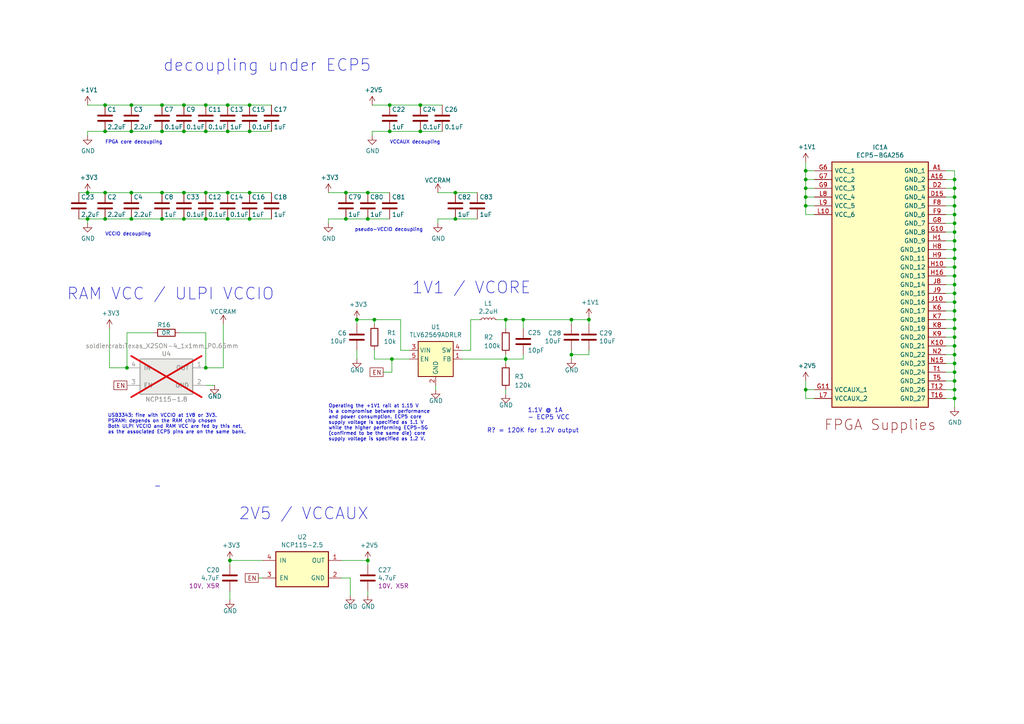
<source format=kicad_sch>
(kicad_sch (version 20231120) (generator "eeschema") (generator_version "8.0")
  (paper "A4")
  (title_block (title "SoldierCrab") (date "${DATE}") (rev "${VERSION}") (company "S.Holzapfel, apfelaudio UG (haftungsbeschränkt)") (comment 1 "Licensed under the CERN-OHL-S v2"))
  (junction (at 106.68 63.5))
  (junction (at 72.39 38.1))
  (junction (at 276.86 74.93))
  (junction (at 233.68 57.15))
  (junction (at 276.86 115.57))
  (junction (at 72.39 30.48))
  (junction (at 66.04 30.48))
  (junction (at 132.08 55.88))
  (junction (at 276.86 107.95))
  (junction (at 25.4 55.88))
  (junction (at 233.68 59.69))
  (junction (at 276.86 67.31))
  (junction (at 276.86 100.33))
  (junction (at 30.48 30.48))
  (junction (at 66.04 63.5))
  (junction (at 276.86 85.09))
  (junction (at 233.68 113.03))
  (junction (at 53.34 55.88))
  (junction (at 30.48 63.5))
  (junction (at 103.505 92.71))
  (junction (at 233.68 49.53))
  (junction (at 25.4 63.5))
  (junction (at 46.99 30.48))
  (junction (at 276.86 102.87))
  (junction (at 53.34 38.1))
  (junction (at 276.86 90.17))
  (junction (at 30.48 55.88))
  (junction (at 276.86 64.77))
  (junction (at 276.86 92.71))
  (junction (at 276.86 52.07))
  (junction (at 59.69 63.5))
  (junction (at 38.1 55.88))
  (junction (at 276.86 105.41))
  (junction (at 59.69 30.48))
  (junction (at 46.99 63.5))
  (junction (at 53.34 63.5))
  (junction (at 233.68 54.61))
  (junction (at 72.39 55.88))
  (junction (at 146.685 104.14))
  (junction (at 276.86 57.15))
  (junction (at 170.815 92.71))
  (junction (at 276.86 97.79))
  (junction (at 46.99 55.88))
  (junction (at 53.34 30.48))
  (junction (at 59.69 38.1))
  (junction (at 38.1 63.5))
  (junction (at 276.86 59.69))
  (junction (at 108.585 92.71))
  (junction (at 38.1 30.48))
  (junction (at 276.86 77.47))
  (junction (at 113.665 104.14))
  (junction (at 276.86 80.01))
  (junction (at 276.86 110.49))
  (junction (at 59.69 55.88))
  (junction (at 100.33 63.5))
  (junction (at 72.39 63.5))
  (junction (at 100.33 55.88))
  (junction (at 36.83 106.68))
  (junction (at 276.86 87.63))
  (junction (at 276.86 113.03))
  (junction (at 276.86 72.39))
  (junction (at 151.765 92.71))
  (junction (at 121.92 38.1))
  (junction (at 66.04 55.88))
  (junction (at 106.68 162.56))
  (junction (at 165.735 92.71))
  (junction (at 121.92 30.48))
  (junction (at 276.86 82.55))
  (junction (at 30.48 38.1))
  (junction (at 113.03 30.48))
  (junction (at 146.685 92.71))
  (junction (at 38.1 38.1))
  (junction (at 59.69 106.68))
  (junction (at 46.99 38.1))
  (junction (at 276.86 69.85))
  (junction (at 113.03 38.1))
  (junction (at 132.08 63.5))
  (junction (at 276.86 54.61))
  (junction (at 276.86 62.23))
  (junction (at 106.68 55.88))
  (junction (at 276.86 95.25))
  (junction (at 165.735 102.87))
  (junction (at 66.04 38.1))
  (junction (at 233.68 52.07))
  (junction (at 66.675 162.56))
  (wire (pts (xy 108.585 104.14) (xy 108.585 101.6)))
  (wire (pts (xy 66.675 162.56) (xy 76.2 162.56)))
  (wire (pts (xy 274.32 87.63) (xy 276.86 87.63)))
  (wire (pts (xy 95.25 55.88) (xy 100.33 55.88)))
  (wire (pts (xy 113.665 107.95) (xy 113.665 104.14)))
  (wire (pts (xy 274.32 97.79) (xy 276.86 97.79)))
  (wire (pts (xy 146.685 92.71) (xy 151.765 92.71)))
  (wire (pts (xy 233.68 62.23) (xy 236.22 62.23)))
  (wire (pts (xy 111.125 107.95) (xy 113.665 107.95)))
  (wire (pts (xy 72.39 38.1) (xy 66.04 38.1)))
  (wire (pts (xy 233.68 52.07) (xy 233.68 54.61)))
  (wire (pts (xy 138.43 63.5) (xy 132.08 63.5)))
  (wire (pts (xy 276.86 80.01) (xy 276.86 82.55)))
  (wire (pts (xy 236.22 57.15) (xy 233.68 57.15)))
  (wire (pts (xy 233.68 59.69) (xy 233.68 62.23)))
  (wire (pts (xy 170.815 101.6) (xy 170.815 102.87)))
  (wire (pts (xy 165.735 92.71) (xy 170.815 92.71)))
  (wire (pts (xy 116.205 101.6) (xy 116.205 92.71)))
  (wire (pts (xy 99.06 162.56) (xy 106.68 162.56)))
  (wire (pts (xy 151.765 104.14) (xy 151.765 102.87)))
  (wire (pts (xy 72.39 55.88) (xy 78.74 55.88)))
  (wire (pts (xy 276.86 85.09) (xy 276.86 87.63)))
  (wire (pts (xy 276.86 67.31) (xy 276.86 69.85)))
  (wire (pts (xy 170.815 93.98) (xy 170.815 92.71)))
  (wire (pts (xy 274.32 95.25) (xy 276.86 95.25)))
  (wire (pts (xy 274.32 72.39) (xy 276.86 72.39)))
  (wire (pts (xy 276.86 107.95) (xy 276.86 110.49)))
  (wire (pts (xy 106.68 171.45) (xy 106.68 172.72)))
  (wire (pts (xy 274.32 74.93) (xy 276.86 74.93)))
  (wire (pts (xy 233.68 110.49) (xy 233.68 113.03)))
  (wire (pts (xy 276.86 62.23) (xy 276.86 64.77)))
  (wire (pts (xy 276.86 110.49) (xy 276.86 113.03)))
  (wire (pts (xy 236.22 59.69) (xy 233.68 59.69)))
  (wire (pts (xy 30.48 63.5) (xy 38.1 63.5)))
  (wire (pts (xy 274.32 80.01) (xy 276.86 80.01)))
  (wire (pts (xy 146.685 104.14) (xy 146.685 105.41)))
  (wire (pts (xy 113.03 38.1) (xy 107.95 38.1)))
  (wire (pts (xy 127 55.88) (xy 132.08 55.88)))
  (wire (pts (xy 66.04 30.48) (xy 72.39 30.48)))
  (wire (pts (xy 276.86 102.87) (xy 276.86 105.41)))
  (wire (pts (xy 236.22 113.03) (xy 233.68 113.03)))
  (wire (pts (xy 236.22 52.07) (xy 233.68 52.07)))
  (wire (pts (xy 107.95 38.1) (xy 107.95 39.37)))
  (wire (pts (xy 72.39 63.5) (xy 66.04 63.5)))
  (wire (pts (xy 66.675 171.45) (xy 66.675 173.99)))
  (wire (pts (xy 276.86 59.69) (xy 276.86 62.23)))
  (wire (pts (xy 274.32 102.87) (xy 276.86 102.87)))
  (wire (pts (xy 126.365 111.76) (xy 126.365 113.03)))
  (wire (pts (xy 274.32 77.47) (xy 276.86 77.47)))
  (wire (pts (xy 274.32 59.69) (xy 276.86 59.69)))
  (wire (pts (xy 276.86 100.33) (xy 276.86 102.87)))
  (wire (pts (xy 133.985 101.6) (xy 136.525 101.6)))
  (wire (pts (xy 274.32 85.09) (xy 276.86 85.09)))
  (wire (pts (xy 121.92 30.48) (xy 128.27 30.48)))
  (wire (pts (xy 30.48 55.88) (xy 38.1 55.88)))
  (wire (pts (xy 113.665 104.14) (xy 108.585 104.14)))
  (wire (pts (xy 59.69 96.52) (xy 59.69 106.68)))
  (wire (pts (xy 170.815 102.87) (xy 165.735 102.87)))
  (wire (pts (xy 31.75 95.25) (xy 31.75 106.68)))
  (wire (pts (xy 274.32 100.33) (xy 276.86 100.33)))
  (wire (pts (xy 276.86 69.85) (xy 276.86 72.39)))
  (wire (pts (xy 276.86 90.17) (xy 276.86 92.71)))
  (wire (pts (xy 274.32 105.41) (xy 276.86 105.41)))
  (wire (pts (xy 276.86 105.41) (xy 276.86 107.95)))
  (wire (pts (xy 108.585 93.98) (xy 108.585 92.71)))
  (wire (pts (xy 66.04 38.1) (xy 59.69 38.1)))
  (wire (pts (xy 233.68 115.57) (xy 233.68 113.03)))
  (wire (pts (xy 64.77 106.68) (xy 59.69 106.68)))
  (wire (pts (xy 66.04 55.88) (xy 72.39 55.88)))
  (wire (pts (xy 62.23 111.76) (xy 59.69 111.76)))
  (wire (pts (xy 274.32 57.15) (xy 276.86 57.15)))
  (wire (pts (xy 165.735 101.6) (xy 165.735 102.87)))
  (wire (pts (xy 276.86 113.03) (xy 276.86 115.57)))
  (wire (pts (xy 133.985 104.14) (xy 146.685 104.14)))
  (wire (pts (xy 101.6 167.64) (xy 101.6 172.72)))
  (wire (pts (xy 113.03 38.1) (xy 121.92 38.1)))
  (wire (pts (xy 31.75 106.68) (xy 36.83 106.68)))
  (wire (pts (xy 274.32 110.49) (xy 276.86 110.49)))
  (wire (pts (xy 276.86 54.61) (xy 276.86 57.15)))
  (wire (pts (xy 236.22 115.57) (xy 233.68 115.57)))
  (wire (pts (xy 274.32 90.17) (xy 276.86 90.17)))
  (wire (pts (xy 46.99 30.48) (xy 53.34 30.48)))
  (wire (pts (xy 233.68 57.15) (xy 233.68 59.69)))
  (wire (pts (xy 52.07 96.52) (xy 59.69 96.52)))
  (wire (pts (xy 36.83 106.68) (xy 36.83 96.52)))
  (wire (pts (xy 99.06 167.64) (xy 101.6 167.64)))
  (wire (pts (xy 165.735 93.98) (xy 165.735 92.71)))
  (wire (pts (xy 146.685 113.03) (xy 146.685 114.3)))
  (wire (pts (xy 274.32 67.31) (xy 276.86 67.31)))
  (wire (pts (xy 22.86 63.5) (xy 25.4 63.5)))
  (wire (pts (xy 127 64.77) (xy 127 63.5)))
  (wire (pts (xy 103.505 92.71) (xy 108.585 92.71)))
  (wire (pts (xy 276.86 82.55) (xy 276.86 85.09)))
  (wire (pts (xy 276.86 74.93) (xy 276.86 77.47)))
  (wire (pts (xy 108.585 92.71) (xy 116.205 92.71)))
  (wire (pts (xy 76.2 167.64) (xy 74.93 167.64)))
  (wire (pts (xy 276.86 92.71) (xy 276.86 95.25)))
  (wire (pts (xy 95.25 63.5) (xy 95.25 64.77)))
  (wire (pts (xy 274.32 107.95) (xy 276.86 107.95)))
  (wire (pts (xy 276.86 97.79) (xy 276.86 100.33)))
  (wire (pts (xy 22.86 55.88) (xy 25.4 55.88)))
  (wire (pts (xy 36.83 96.52) (xy 44.45 96.52)))
  (wire (pts (xy 144.145 92.71) (xy 146.685 92.71)))
  (wire (pts (xy 276.86 95.25) (xy 276.86 97.79)))
  (wire (pts (xy 151.765 92.71) (xy 165.735 92.71)))
  (wire (pts (xy 30.48 38.1) (xy 25.4 38.1)))
  (wire (pts (xy 236.22 49.53) (xy 233.68 49.53)))
  (wire (pts (xy 25.4 30.48) (xy 30.48 30.48)))
  (wire (pts (xy 25.4 55.88) (xy 30.48 55.88)))
  (wire (pts (xy 276.86 87.63) (xy 276.86 90.17)))
  (wire (pts (xy 146.685 102.87) (xy 146.685 104.14)))
  (wire (pts (xy 274.32 82.55) (xy 276.86 82.55)))
  (wire (pts (xy 103.505 101.6) (xy 103.505 104.14)))
  (wire (pts (xy 59.69 38.1) (xy 53.34 38.1)))
  (wire (pts (xy 118.745 104.14) (xy 113.665 104.14)))
  (wire (pts (xy 118.745 101.6) (xy 116.205 101.6)))
  (wire (pts (xy 276.86 64.77) (xy 276.86 67.31)))
  (wire (pts (xy 100.33 63.5) (xy 95.25 63.5)))
  (wire (pts (xy 30.48 63.5) (xy 25.4 63.5)))
  (wire (pts (xy 233.68 49.53) (xy 233.68 52.07)))
  (wire (pts (xy 100.33 55.88) (xy 106.68 55.88)))
  (wire (pts (xy 38.1 55.88) (xy 46.99 55.88)))
  (wire (pts (xy 128.27 38.1) (xy 121.92 38.1)))
  (wire (pts (xy 274.32 69.85) (xy 276.86 69.85)))
  (wire (pts (xy 53.34 38.1) (xy 46.99 38.1)))
  (wire (pts (xy 146.685 95.25) (xy 146.685 92.71)))
  (wire (pts (xy 132.08 55.88) (xy 138.43 55.88)))
  (wire (pts (xy 236.22 54.61) (xy 233.68 54.61)))
  (wire (pts (xy 38.1 30.48) (xy 46.99 30.48)))
  (wire (pts (xy 59.69 30.48) (xy 66.04 30.48)))
  (polyline (pts (xy 45.085 140.97) (xy 46.355 140.97)))
  (wire (pts (xy 233.68 54.61) (xy 233.68 57.15)))
  (wire (pts (xy 170.815 92.075) (xy 170.815 92.71)))
  (wire (pts (xy 274.32 113.03) (xy 276.86 113.03)))
  (wire (pts (xy 276.86 52.07) (xy 276.86 54.61)))
  (wire (pts (xy 107.95 30.48) (xy 113.03 30.48)))
  (wire (pts (xy 46.99 63.5) (xy 53.34 63.5)))
  (wire (pts (xy 276.86 57.15) (xy 276.86 59.69)))
  (wire (pts (xy 25.4 38.1) (xy 25.4 39.37)))
  (wire (pts (xy 38.1 63.5) (xy 46.99 63.5)))
  (wire (pts (xy 66.04 63.5) (xy 59.69 63.5)))
  (wire (pts (xy 274.32 52.07) (xy 276.86 52.07)))
  (wire (pts (xy 64.77 93.98) (xy 64.77 106.68)))
  (wire (pts (xy 151.765 95.25) (xy 151.765 92.71)))
  (wire (pts (xy 136.525 101.6) (xy 136.525 92.71)))
  (wire (pts (xy 72.39 30.48) (xy 78.74 30.48)))
  (wire (pts (xy 233.68 46.99) (xy 233.68 49.53)))
  (wire (pts (xy 113.03 63.5) (xy 106.68 63.5)))
  (wire (pts (xy 274.32 64.77) (xy 276.86 64.77)))
  (wire (pts (xy 276.86 49.53) (xy 276.86 52.07)))
  (wire (pts (xy 53.34 30.48) (xy 59.69 30.48)))
  (wire (pts (xy 59.69 55.88) (xy 66.04 55.88)))
  (wire (pts (xy 113.03 30.48) (xy 121.92 30.48)))
  (wire (pts (xy 274.32 49.53) (xy 276.86 49.53)))
  (wire (pts (xy 38.1 38.1) (xy 46.99 38.1)))
  (wire (pts (xy 66.675 163.83) (xy 66.675 162.56)))
  (wire (pts (xy 106.68 55.88) (xy 113.03 55.88)))
  (wire (pts (xy 146.685 104.14) (xy 151.765 104.14)))
  (wire (pts (xy 274.32 62.23) (xy 276.86 62.23)))
  (wire (pts (xy 274.32 54.61) (xy 276.86 54.61)))
  (wire (pts (xy 100.33 63.5) (xy 106.68 63.5)))
  (wire (pts (xy 274.32 115.57) (xy 276.86 115.57)))
  (wire (pts (xy 139.065 92.71) (xy 136.525 92.71)))
  (wire (pts (xy 25.4 63.5) (xy 25.4 64.77)))
  (wire (pts (xy 127 63.5) (xy 132.08 63.5)))
  (wire (pts (xy 53.34 55.88) (xy 59.69 55.88)))
  (wire (pts (xy 103.505 93.98) (xy 103.505 92.71)))
  (wire (pts (xy 46.99 55.88) (xy 53.34 55.88)))
  (wire (pts (xy 276.86 72.39) (xy 276.86 74.93)))
  (wire (pts (xy 30.48 38.1) (xy 38.1 38.1)))
  (wire (pts (xy 106.68 163.83) (xy 106.68 162.56)))
  (wire (pts (xy 78.74 38.1) (xy 72.39 38.1)))
  (wire (pts (xy 53.34 63.5) (xy 59.69 63.5)))
  (wire (pts (xy 30.48 30.48) (xy 38.1 30.48)))
  (wire (pts (xy 276.86 77.47) (xy 276.86 80.01)))
  (wire (pts (xy 78.74 63.5) (xy 72.39 63.5)))
  (wire (pts (xy 274.32 92.71) (xy 276.86 92.71)))
  (wire (pts (xy 165.735 102.87) (xy 165.735 104.14)))
  (wire (pts (xy 276.86 115.57) (xy 276.86 118.11)))
  (text "VCCIO decoupling" (at 30.48 68.58 0) (effects (font (size 0.9906 0.9906)) (justify left bottom)))
  (text "1V1 / VCORE" (at 119.38 85.598 0) (effects (font (size 3.4036 3.4036)) (justify left bottom)))
  (text "decoupling under ECP5" (at 47.244 21.082 0) (effects (font (size 3.4036 3.4036)) (justify left bottom)))
  (text "FPGA core decoupling" (at 30.48 41.91 0) (effects (font (size 0.9906 0.9906)) (justify left bottom)))
  (text "USB3343: fine with VCCIO at 1V8 or 3V3.\nPSRAM: depends on the RAM chip chosen\nBoth ULPI VCCIO and RAM VCC are fed by this net,\nas the associated ECP5 pins are on the same bank." (at 31.242 125.984 0) (effects (font (size 0.9906 0.9906)) (justify left bottom)))
  (text "VCCAUX decoupling" (at 113.03 41.91 0) (effects (font (size 0.9906 0.9906)) (justify left bottom)))
  (text "2V5 / VCCAUX" (at 69.215 151.13 0) (effects (font (size 3.4036 3.4036)) (justify left bottom)))
  (text "1.1V @ 1A\n- ECP5 VCC\n" (at 153.035 121.92 0) (effects (font (size 1.27 1.27)) (justify left bottom)))
  (text "RAM VCC / ULPI VCCIO" (at 19.304 87.376 0) (effects (font (size 3.4036 3.4036)) (justify left bottom)))
  (text "Operating the +1V1 rail at 1.15 V\nis a compromise between performance\nand power consumption. ECP5 core\nsupply voltage is specified as 1.1 V\nwhile the higher performing ECP5-5G\n(confirmed to be the same die) core\nsupply voltage is specified as 1.2 V.\n" (at 95.25 128.016 0) (effects (font (size 0.9906 0.9906)) (justify left bottom)))
  (text "pseudo-VCCIO decoupling" (at 102.87 67.31 0) (effects (font (size 0.9906 0.9906)) (justify left bottom)))
  (text "R? = 120K for 1.2V output" (at 141.224 125.73 0) (effects (font (size 1.27 1.27)) (justify left bottom)))
  (global_label "EN" (shape passive) (at 36.83 111.76 180) (property "Intersheetrefs" "${INTERSHEET_REFS}" (effects (hide yes))))
  (global_label "EN" (shape passive) (at 111.125 107.95 180) (property "Intersheetrefs" "${INTERSHEET_REFS}" (effects (hide yes))))
  (global_label "EN" (shape passive) (at 74.93 167.64 180) (property "Intersheetrefs" "${INTERSHEET_REFS}" (effects (hide yes))))
  (symbol (lib_id "fpgas_and_processors:ECP5-BGA256") (at 236.22 46.99 0) (unit 1)
    (property "Reference" "IC1" (at 255.27 42.7228 0))
    (property "Value" "ECP5-BGA256" (at 255.27 45.0342 0))
    (property "Footprint" "soldiercrab:lattice_cabga256" (effects (hide yes)))
    (property "Description" "FPGA - Field Programmable Gate Array ECP5; 12k LUTs; 1.1V" (effects (hide yes)))
    (property "Manufacturer" "Lattice" (effects (hide yes)))
    (property "Part Number" "LFE5U-12F-6BG256C" (effects (hide yes)))
    (property "Substitution" "LFE5U-12F-*BG256*, LFE5U-25F-*BG256*" (effects (hide yes)))
    (property "lcsc#" "C1550826" (effects (hide yes)))
  )
  (symbol (lib_id "power:GND") (at 276.86 118.11 0) (unit 1)
    (property "Reference" "#PWR038" (effects (hide yes)))
    (property "Value" "GND" (at 276.987 122.5042 0))
  )
  (symbol (lib_id "power:+2V5") (at 233.68 110.49 0) (unit 1)
    (property "Reference" "#PWR037" (effects (hide yes)))
    (property "Value" "+2V5" (at 234.061 106.0958 0))
  )
  (symbol (lib_id "power:+1V1") (at 233.68 46.99 0) (unit 1)
    (property "Reference" "#PWR036" (effects (hide yes)))
    (property "Value" "+1V1" (at 234.061 42.5958 0))
  )
  (symbol (lib_id "power:+3V3") (at 66.675 162.56 0) (unit 1)
    (property "Reference" "#PWR031" (effects (hide yes)))
    (property "Value" "+3V3" (at 67.056 158.1658 0))
  )
  (symbol (lib_id "power:+2V5") (at 106.68 162.56 0) (unit 1)
    (property "Reference" "#PWR035" (effects (hide yes)))
    (property "Value" "+2V5" (at 107.061 158.1658 0))
  )
  (symbol (lib_id "power:+1V1") (at 170.815 92.075 0) (unit 1)
    (property "Reference" "#PWR034" (effects (hide yes)))
    (property "Value" "+1V1" (at 171.196 87.6808 0))
  )
  (symbol (lib_id "Device:C") (at 46.99 34.29 0) (unit 1)
    (property "Reference" "C7" (at 47.625 31.75 0) (effects (justify left)))
    (property "Value" "0.1uF" (at 47.625 36.83 0) (effects (justify left)))
    (property "Footprint" "Capacitor_SMD:C_0402_1005Metric" (effects (hide yes)))
    (property "Description" "CAP CER 0.1UF 25V X5R 0402" (effects (hide yes)))
    (property "Part Number" "CL05A104KA5NNNC" (effects (hide yes)))
    (property "Substitution" "any equivalent" (effects (hide yes)))
    (property "Manufacturer" "Samsung" (effects (hide yes)))
    (property "lcsc#" "C1525" (effects (hide yes)))
  )
  (symbol (lib_id "Device:C") (at 53.34 34.29 0) (unit 1)
    (property "Reference" "C9" (at 53.975 31.75 0) (effects (justify left)))
    (property "Value" "0.1uF" (at 53.975 36.83 0) (effects (justify left)))
    (property "Footprint" "Capacitor_SMD:C_0402_1005Metric" (effects (hide yes)))
    (property "Description" "CAP CER 0.1UF 25V X5R 0402" (effects (hide yes)))
    (property "Part Number" "CL05A104KA5NNNC" (effects (hide yes)))
    (property "Substitution" "any equivalent" (effects (hide yes)))
    (property "Manufacturer" "Samsung" (effects (hide yes)))
    (property "lcsc#" "C1525" (effects (hide yes)))
  )
  (symbol (lib_id "Device:C") (at 59.69 34.29 0) (unit 1)
    (property "Reference" "C11" (at 60.325 31.75 0) (effects (justify left)))
    (property "Value" "0.1uF" (at 60.325 36.83 0) (effects (justify left)))
    (property "Footprint" "Capacitor_SMD:C_0402_1005Metric" (effects (hide yes)))
    (property "Description" "CAP CER 0.1UF 25V X5R 0402" (effects (hide yes)))
    (property "Part Number" "CL05A104KA5NNNC" (effects (hide yes)))
    (property "Substitution" "any equivalent" (effects (hide yes)))
    (property "Manufacturer" "Samsung" (effects (hide yes)))
    (property "lcsc#" "C1525" (effects (hide yes)))
  )
  (symbol (lib_id "Device:C") (at 66.04 34.29 0) (unit 1)
    (property "Reference" "C13" (at 66.675 31.75 0) (effects (justify left)))
    (property "Value" "1uF" (at 66.675 36.83 0) (effects (justify left)))
    (property "Footprint" "Capacitor_SMD:C_0402_1005Metric" (effects (hide yes)))
    (property "Description" "CAP CER 1UF 6.3V X5R 0402 20%" (effects (hide yes)))
    (property "Part Number" "CL05A105MQ5NNNC" (effects (hide yes)))
    (property "Substitution" "CL05A105KQ5NNNC, CL05A105KP5NNNC, CL05A105KO5NNNC" (effects (hide yes)))
    (property "Manufacturer" "Samsung" (effects (hide yes)))
    (property "lcsc#" "C52923" (effects (hide yes)))
  )
  (symbol (lib_id "Device:C") (at 72.39 34.29 0) (unit 1)
    (property "Reference" "C15" (at 73.025 31.75 0) (effects (justify left)))
    (property "Value" "0.1uF" (at 73.025 36.83 0) (effects (justify left)))
    (property "Footprint" "Capacitor_SMD:C_0402_1005Metric" (effects (hide yes)))
    (property "Description" "CAP CER 0.1UF 25V X5R 0402" (effects (hide yes)))
    (property "Part Number" "CL05A104KA5NNNC" (effects (hide yes)))
    (property "Substitution" "any equivalent" (effects (hide yes)))
    (property "Manufacturer" "Samsung" (effects (hide yes)))
    (property "lcsc#" "C1525" (effects (hide yes)))
  )
  (symbol (lib_id "Device:C") (at 78.74 34.29 0) (unit 1)
    (property "Reference" "C17" (at 79.375 31.75 0) (effects (justify left)))
    (property "Value" "1uF" (at 79.375 36.83 0) (effects (justify left)))
    (property "Footprint" "Capacitor_SMD:C_0402_1005Metric" (effects (hide yes)))
    (property "Description" "CAP CER 1UF 6.3V X5R 0402 20%" (effects (hide yes)))
    (property "Part Number" "CL05A105MQ5NNNC" (effects (hide yes)))
    (property "Substitution" "CL05A105KQ5NNNC, CL05A105KP5NNNC, CL05A105KO5NNNC" (effects (hide yes)))
    (property "Manufacturer" "Samsung" (effects (hide yes)))
    (property "lcsc#" "C52923" (effects (hide yes)))
  )
  (symbol (lib_id "Device:C") (at 38.1 34.29 0) (unit 1)
    (property "Reference" "C3" (at 38.735 31.75 0) (effects (justify left)))
    (property "Value" "2.2uF" (at 38.735 36.83 0) (effects (justify left)))
    (property "Footprint" "Capacitor_SMD:C_0603_1608Metric" (effects (hide yes)))
    (property "Description" "CAP CER 2.2UF 10V X5R 0603" (effects (hide yes)))
    (property "Manufacturer" "Samsung" (effects (hide yes)))
    (property "Part Number" "CL10A225KP8NNNC" (effects (hide yes)))
    (property "Substitution" "any equivalent" (effects (hide yes)))
    (property "lcsc#" "C23630" (effects (hide yes)))
  )
  (symbol (lib_id "Device:C") (at 30.48 34.29 0) (unit 1)
    (property "Reference" "C1" (at 31.115 31.75 0) (effects (justify left)))
    (property "Value" "2.2uF" (at 31.115 36.83 0) (effects (justify left)))
    (property "Footprint" "Capacitor_SMD:C_0603_1608Metric" (effects (hide yes)))
    (property "Description" "CAP CER 2.2UF 10V X5R 0603" (effects (hide yes)))
    (property "Manufacturer" "Samsung" (effects (hide yes)))
    (property "Part Number" "CL10A225KP8NNNC" (effects (hide yes)))
    (property "Substitution" "any equivalent" (effects (hide yes)))
    (property "lcsc#" "C23630" (effects (hide yes)))
  )
  (symbol (lib_id "power:+1V1") (at 25.4 30.48 0) (unit 1)
    (property "Reference" "#PWR012" (effects (hide yes)))
    (property "Value" "+1V1" (at 25.781 26.0858 0))
  )
  (symbol (lib_id "power:GND") (at 25.4 39.37 0) (unit 1)
    (property "Reference" "#PWR013" (effects (hide yes)))
    (property "Value" "GND" (at 25.527 43.7642 0))
  )
  (symbol (lib_id "Device:C") (at 46.99 59.69 0) (unit 1)
    (property "Reference" "C8" (at 47.625 57.15 0) (effects (justify left)))
    (property "Value" "1uF" (at 47.625 62.23 0) (effects (justify left)))
    (property "Footprint" "Capacitor_SMD:C_0402_1005Metric" (effects (hide yes)))
    (property "Description" "CAP CER 1UF 6.3V X5R 0402 20%" (effects (hide yes)))
    (property "Part Number" "CL05A105MQ5NNNC" (effects (hide yes)))
    (property "Substitution" "CL05A105KQ5NNNC, CL05A105KP5NNNC, CL05A105KO5NNNC" (effects (hide yes)))
    (property "Manufacturer" "Samsung" (effects (hide yes)))
    (property "lcsc#" "C52923" (effects (hide yes)))
  )
  (symbol (lib_id "Device:C") (at 59.69 59.69 0) (unit 1)
    (property "Reference" "C12" (at 60.325 57.15 0) (effects (justify left)))
    (property "Value" "0.1uF" (at 60.325 62.23 0) (effects (justify left)))
    (property "Footprint" "Capacitor_SMD:C_0402_1005Metric" (effects (hide yes)))
    (property "Description" "CAP CER 0.1UF 25V X5R 0402" (effects (hide yes)))
    (property "Part Number" "CL05A104KA5NNNC" (effects (hide yes)))
    (property "Substitution" "any equivalent" (effects (hide yes)))
    (property "Manufacturer" "Samsung" (effects (hide yes)))
    (property "lcsc#" "C1525" (effects (hide yes)))
  )
  (symbol (lib_id "Device:C") (at 66.04 59.69 0) (unit 1)
    (property "Reference" "C14" (at 66.675 57.15 0) (effects (justify left)))
    (property "Value" "0.1uF" (at 66.675 62.23 0) (effects (justify left)))
    (property "Footprint" "Capacitor_SMD:C_0402_1005Metric" (effects (hide yes)))
    (property "Description" "CAP CER 0.1UF 25V X5R 0402" (effects (hide yes)))
    (property "Part Number" "CL05A104KA5NNNC" (effects (hide yes)))
    (property "Substitution" "any equivalent" (effects (hide yes)))
    (property "Manufacturer" "Samsung" (effects (hide yes)))
    (property "lcsc#" "C1525" (effects (hide yes)))
  )
  (symbol (lib_id "Device:C") (at 72.39 59.69 0) (unit 1)
    (property "Reference" "C16" (at 73.025 57.15 0) (effects (justify left)))
    (property "Value" "1uF" (at 73.025 62.23 0) (effects (justify left)))
    (property "Footprint" "Capacitor_SMD:C_0402_1005Metric" (effects (hide yes)))
    (property "Description" "CAP CER 1UF 6.3V X5R 0402 20%" (effects (hide yes)))
    (property "Part Number" "CL05A105MQ5NNNC" (effects (hide yes)))
    (property "Substitution" "CL05A105KQ5NNNC, CL05A105KP5NNNC, CL05A105KO5NNNC" (effects (hide yes)))
    (property "Manufacturer" "Samsung" (effects (hide yes)))
    (property "lcsc#" "C52923" (effects (hide yes)))
  )
  (symbol (lib_id "Device:C") (at 78.74 59.69 0) (unit 1)
    (property "Reference" "C18" (at 79.375 57.15 0) (effects (justify left)))
    (property "Value" "1uF" (at 79.375 62.23 0) (effects (justify left)))
    (property "Footprint" "Capacitor_SMD:C_0402_1005Metric" (effects (hide yes)))
    (property "Description" "CAP CER 1UF 6.3V X5R 0402 20%" (effects (hide yes)))
    (property "Part Number" "CL05A105MQ5NNNC" (effects (hide yes)))
    (property "Substitution" "CL05A105KQ5NNNC, CL05A105KP5NNNC, CL05A105KO5NNNC" (effects (hide yes)))
    (property "Manufacturer" "Samsung" (effects (hide yes)))
    (property "lcsc#" "C52923" (effects (hide yes)))
  )
  (symbol (lib_id "Device:C") (at 30.48 59.69 0) (unit 1)
    (property "Reference" "C2" (at 31.115 57.15 0) (effects (justify left)))
    (property "Value" "2.2uF" (at 31.115 62.23 0) (effects (justify left)))
    (property "Footprint" "Capacitor_SMD:C_0603_1608Metric" (effects (hide yes)))
    (property "Description" "CAP CER 2.2UF 10V X5R 0603" (effects (hide yes)))
    (property "Manufacturer" "Samsung" (effects (hide yes)))
    (property "Part Number" "CL10A225KP8NNNC" (effects (hide yes)))
    (property "Substitution" "any equivalent" (effects (hide yes)))
    (property "lcsc#" "C23630" (effects (hide yes)))
  )
  (symbol (lib_id "power:GND") (at 25.4 64.77 0) (unit 1)
    (property "Reference" "#PWR015" (effects (hide yes)))
    (property "Value" "GND" (at 25.527 69.1642 0))
  )
  (symbol (lib_id "Device:C") (at 38.1 59.69 0) (unit 1)
    (property "Reference" "C4" (at 38.735 57.15 0) (effects (justify left)))
    (property "Value" "2.2uF" (at 38.735 62.23 0) (effects (justify left)))
    (property "Footprint" "Capacitor_SMD:C_0603_1608Metric" (effects (hide yes)))
    (property "Description" "CAP CER 2.2UF 10V X5R 0603" (effects (hide yes)))
    (property "Manufacturer" "Samsung" (effects (hide yes)))
    (property "Part Number" "CL10A225KP8NNNC" (effects (hide yes)))
    (property "Substitution" "any equivalent" (effects (hide yes)))
    (property "lcsc#" "C23630" (effects (hide yes)))
  )
  (symbol (lib_id "power:+3V3") (at 25.4 55.88 0) (unit 1)
    (property "Reference" "#PWR014" (effects (hide yes)))
    (property "Value" "+3V3" (at 25.781 51.4858 0))
  )
  (symbol (lib_id "power:GND") (at 107.95 39.37 0) (unit 1)
    (property "Reference" "#PWR027" (effects (hide yes)))
    (property "Value" "GND" (at 108.077 43.7642 0))
  )
  (symbol (lib_id "Device:C") (at 113.03 34.29 0) (unit 1)
    (property "Reference" "C22" (at 113.665 31.75 0) (effects (justify left)))
    (property "Value" "1uF" (at 113.665 36.83 0) (effects (justify left)))
    (property "Footprint" "Capacitor_SMD:C_0402_1005Metric" (effects (hide yes)))
    (property "Description" "CAP CER 1UF 6.3V X5R 0402 20%" (effects (hide yes)))
    (property "Part Number" "CL05A105MQ5NNNC" (effects (hide yes)))
    (property "Substitution" "CL05A105KQ5NNNC, CL05A105KP5NNNC, CL05A105KO5NNNC" (effects (hide yes)))
    (property "Manufacturer" "Samsung" (effects (hide yes)))
    (property "lcsc#" "C52923" (effects (hide yes)))
  )
  (symbol (lib_id "Device:C") (at 128.27 34.29 0) (unit 1)
    (property "Reference" "C26" (at 128.905 31.75 0) (effects (justify left)))
    (property "Value" "0.1uF" (at 128.905 36.83 0) (effects (justify left)))
    (property "Footprint" "Capacitor_SMD:C_0402_1005Metric" (effects (hide yes)))
    (property "Description" "CAP CER 0.1UF 25V X5R 0402" (effects (hide yes)))
    (property "Part Number" "CL05A104KA5NNNC" (effects (hide yes)))
    (property "Substitution" "any equivalent" (effects (hide yes)))
    (property "Manufacturer" "Samsung" (effects (hide yes)))
    (property "lcsc#" "C1525" (effects (hide yes)))
  )
  (symbol (lib_id "Device:C") (at 121.92 34.29 0) (unit 1)
    (property "Reference" "C24" (at 122.555 31.75 0) (effects (justify left)))
    (property "Value" "0.1uF" (at 122.555 36.83 0) (effects (justify left)))
    (property "Footprint" "Capacitor_SMD:C_0402_1005Metric" (effects (hide yes)))
    (property "Description" "CAP CER 0.1UF 25V X5R 0402" (effects (hide yes)))
    (property "Part Number" "CL05A104KA5NNNC" (effects (hide yes)))
    (property "Substitution" "any equivalent" (effects (hide yes)))
    (property "Manufacturer" "Samsung" (effects (hide yes)))
    (property "lcsc#" "C1525" (effects (hide yes)))
  )
  (symbol (lib_id "power:+2V5") (at 107.95 30.48 0) (unit 1)
    (property "Reference" "#PWR026" (effects (hide yes)))
    (property "Value" "+2V5" (at 108.331 26.0858 0))
  )
  (symbol (lib_id "Device:C") (at 66.675 167.64 0) (mirror y) (unit 1)
    (property "Reference" "C20" (at 63.754 165.3286 0) (effects (justify left)))
    (property "Value" "4.7uF" (at 63.754 167.64 0) (effects (justify left)))
    (property "Footprint" "Capacitor_SMD:C_0402_1005Metric" (effects (hide yes)))
    (property "Info" "10V, X5R" (at 63.754 169.9514 0) (effects (justify left)))
    (property "Mfg" "Murata Electronics North America" (effects (hide yes)))
    (property "PN" "GRM155R61A475MEAAD" (effects (hide yes)))
    (property "Mfg_1" "YAGEO" (effects (hide yes)))
    (property "PN_1" "CC0402KRX5R6BB475" (effects (hide yes)))
    (property "lcsc#" "C326586" (effects (hide yes)))
  )
  (symbol (lib_id "Device:C") (at 22.86 59.69 0) (unit 1)
    (property "Reference" "C23" (at 23.495 57.15 0) (effects (justify left)))
    (property "Value" "2.2uF" (at 23.495 62.23 0) (effects (justify left)))
    (property "Footprint" "Capacitor_SMD:C_0603_1608Metric" (effects (hide yes)))
    (property "Description" "CAP CER 2.2UF 10V X5R 0603" (effects (hide yes)))
    (property "Manufacturer" "Samsung" (effects (hide yes)))
    (property "Part Number" "CL10A225KP8NNNC" (effects (hide yes)))
    (property "Substitution" "any equivalent" (effects (hide yes)))
    (property "lcsc#" "C23630" (effects (hide yes)))
  )
  (symbol (lib_id "power:+3V3") (at 31.75 95.25 0) (unit 1)
    (property "Reference" "#PWR0140" (effects (hide yes)))
    (property "Value" "+3V3" (at 32.131 90.8558 0))
  )
  (symbol (lib_id "Device:C") (at 53.34 59.69 0) (unit 1)
    (property "Reference" "C33" (at 53.975 57.15 0) (effects (justify left)))
    (property "Value" "0.1uF" (at 53.975 62.23 0) (effects (justify left)))
    (property "Footprint" "Capacitor_SMD:C_0402_1005Metric" (effects (hide yes)))
    (property "Description" "CAP CER 0.1UF 25V X5R 0402" (effects (hide yes)))
    (property "Part Number" "CL05A104KA5NNNC" (effects (hide yes)))
    (property "Substitution" "any equivalent" (effects (hide yes)))
    (property "Manufacturer" "Samsung" (effects (hide yes)))
    (property "lcsc#" "C1525" (effects (hide yes)))
  )
  (symbol (lib_name "GND_1") (lib_id "power:GND") (at 62.23 111.76 0) (unit 1)
    (property "Reference" "#PWR045" (effects (hide yes)))
    (property "Value" "GND" (at 62.3062 114.9604 0))
    (property "Description" "Power symbol creates a global label with name \"GND\" , ground" (effects (hide yes)))
  )
  (symbol (lib_id "power:GND") (at 127 64.77 0) (unit 1)
    (property "Reference" "#PWR0208" (effects (hide yes)))
    (property "Value" "GND" (at 127.127 69.1642 0))
  )
  (symbol (lib_id "power:+3V3") (at 95.25 55.88 0) (unit 1)
    (property "Reference" "#PWR0180" (effects (hide yes)))
    (property "Value" "+3V3" (at 95.631 51.4858 0))
  )
  (symbol (lib_id "power:GND") (at 95.25 64.77 0) (unit 1)
    (property "Reference" "#PWR0181" (effects (hide yes)))
    (property "Value" "GND" (at 95.377 69.1642 0))
  )
  (symbol (lib_id "Device:C") (at 100.33 59.69 0) (unit 1)
    (property "Reference" "C79" (at 100.965 57.15 0) (effects (justify left)))
    (property "Value" "1uF" (at 100.965 62.23 0) (effects (justify left)))
    (property "Footprint" "Capacitor_SMD:C_0402_1005Metric" (effects (hide yes)))
    (property "Description" "CAP CER 1UF 6.3V X5R 0402 20%" (effects (hide yes)))
    (property "Part Number" "CL05A105MQ5NNNC" (effects (hide yes)))
    (property "Substitution" "CL05A105KQ5NNNC, CL05A105KP5NNNC, CL05A105KO5NNNC" (effects (hide yes)))
    (property "Manufacturer" "Samsung" (effects (hide yes)))
    (property "lcsc#" "C52923" (effects (hide yes)))
  )
  (symbol (lib_name "GND_2") (lib_id "power:GND") (at 106.68 172.72 0) (unit 1)
    (property "Reference" "#PWR04" (effects (hide yes)))
    (property "Value" "GND" (at 106.7562 175.9204 0))
    (property "Description" "Power symbol creates a global label with name \"GND\" , ground" (effects (hide yes)))
  )
  (symbol (lib_id "Device:C") (at 165.735 97.79 0) (mirror x) (unit 1)
    (property "Reference" "C28" (at 162.8394 96.6216 0) (effects (justify right)))
    (property "Value" "10uF" (at 162.8394 98.933 0) (effects (justify right)))
    (property "Footprint" "Capacitor_SMD:C_0402_1005Metric" (effects (hide yes)))
    (property "Mfg" "Murata Electronics North America" (effects (hide yes)))
    (property "PN" "GRM155R60J106ME15D" (effects (hide yes)))
    (property "Mfg_1" "YAGEO" (effects (hide yes)))
    (property "PN_1" "CC0402MRX5R5BB106" (effects (hide yes)))
    (property "lcsc#" "C105884" (effects (hide yes)))
  )
  (symbol (lib_id "Device:R") (at 146.685 109.22 0) (unit 1)
    (property "Reference" "R3" (at 149.225 109.22 0) (effects (justify left)))
    (property "Value" "120k" (at 149.225 111.76 0) (effects (justify left)))
    (property "Footprint" "Resistor_SMD:R_0201_0603Metric" (effects (hide yes)))
    (property "Mfg" "‎Yageo‎" (effects (hide yes)))
    (property "PN" "RC0201FR-07120KL" (effects (hide yes)))
    (property "Mfg_1" "UNI-ROYAL(Uniroyal Elec)" (effects (hide yes)))
    (property "PN_1" "0201WMF1203TCE" (effects (hide yes)))
    (property "lcsc#" "C274344" (effects (hide yes)))
  )
  (symbol (lib_id "support_hardware:VCCRAM") (at 64.77 93.98 0) (unit 1)
    (property "Reference" "#PWR0141" (effects (hide yes)))
    (property "Value" "VCCRAM" (at 64.77 90.4042 0))
  )
  (symbol (lib_name "GND_3") (lib_id "power:GND") (at 165.735 104.14 0) (unit 1)
    (property "Reference" "#PWR019" (effects (hide yes)))
    (property "Value" "GND" (at 165.8112 107.3404 0))
    (property "Description" "Power symbol creates a global label with name \"GND\" , ground" (effects (hide yes)))
  )
  (symbol (lib_id "support_hardware:VCCRAM") (at 127 55.88 0) (unit 1)
    (property "Reference" "#PWR0209" (effects (hide yes)))
    (property "Value" "VCCRAM" (at 127 52.3042 0))
  )
  (symbol (lib_id "Device:R") (at 146.685 99.06 180) (unit 1)
    (property "Reference" "R2" (at 140.335 97.79 0) (effects (justify right)))
    (property "Value" "100k" (at 140.335 100.33 0) (effects (justify right)))
    (property "Footprint" "Resistor_SMD:R_0201_0603Metric" (effects (hide yes)))
    (property "Mfg" "‎Yageo‎" (effects (hide yes)))
    (property "PN" "RC0201FR-07100KL" (effects (hide yes)))
    (property "Mfg_1" "UNI-ROYAL(Uniroyal Elec)" (effects (hide yes)))
    (property "PN_1" "0201WMF1003TCE" (effects (hide yes)))
    (property "lcsc#" "C106224" (effects (hide yes)))
  )
  (symbol (lib_id "Device:C") (at 113.03 59.69 0) (unit 1)
    (property "Reference" "C81" (at 113.665 57.15 0) (effects (justify left)))
    (property "Value" "1uF" (at 113.665 62.23 0) (effects (justify left)))
    (property "Footprint" "Capacitor_SMD:C_0402_1005Metric" (effects (hide yes)))
    (property "Description" "CAP CER 1UF 6.3V X5R 0402 20%" (effects (hide yes)))
    (property "Part Number" "CL05A105MQ5NNNC" (effects (hide yes)))
    (property "Substitution" "CL05A105KQ5NNNC, CL05A105KP5NNNC, CL05A105KO5NNNC" (effects (hide yes)))
    (property "Manufacturer" "Samsung" (effects (hide yes)))
    (property "lcsc#" "C52923" (effects (hide yes)))
  )
  (symbol (lib_id "Device:C") (at 170.815 97.79 180) (unit 1)
    (property "Reference" "C29" (at 173.736 96.6216 0) (effects (justify right)))
    (property "Value" "10uF" (at 173.736 98.933 0) (effects (justify right)))
    (property "Footprint" "Capacitor_SMD:C_0402_1005Metric" (effects (hide yes)))
    (property "Mfg" "Murata Electronics North America" (effects (hide yes)))
    (property "PN" "GRM155R60J106ME15D" (effects (hide yes)))
    (property "Mfg_1" "YAGEO" (effects (hide yes)))
    (property "PN_1" "CC0402MRX5R5BB106" (effects (hide yes)))
    (property "lcsc#" "C105884" (effects (hide yes)))
  )
  (symbol (lib_id "soldiercrab_pmic:NCP167") (at 87.63 165.1 0) (unit 1)
    (property "Reference" "U2" (at 87.63 155.7528 0))
    (property "Value" "NCP115-2.5" (at 87.63 158.0642 0))
    (property "Footprint" "soldiercrab:Texas_X2SON-4_1x1mm_P0.65mm" (effects (hide yes)))
    (property "PN" "NCP115AMX250TCG" (effects (hide yes)))
    (property "Mfg" "ON Semiconductor" (effects (hide yes)))
    (property "lcsc#" "C892044 " (effects (hide yes)))
  )
  (symbol (lib_id "Device:R") (at 48.26 96.52 270) (mirror x) (unit 1)
    (property "Reference" "R16" (at 49.53 94.234 90) (effects (justify right)))
    (property "Value" "0R" (at 49.53 96.52 90) (effects (justify right)))
    (property "Footprint" "Resistor_SMD:R_0201_0603Metric" (effects (hide yes)))
    (property "Mfg" "‎Yageo‎" (effects (hide yes)))
    (property "PN" "RC0201FR-0710KL" (effects (hide yes)))
    (property "Mfg_1" "UNI-ROYAL(Uniroyal Elec)" (effects (hide yes)))
    (property "PN_1" "0201WMF1002TCE" (effects (hide yes)))
    (property "lcsc#" "C473473" (effects (hide yes)))
  )
  (symbol (lib_id "Device:C") (at 132.08 59.69 0) (unit 1)
    (property "Reference" "C82" (at 132.715 57.15 0) (effects (justify left)))
    (property "Value" "1uF" (at 132.715 62.23 0) (effects (justify left)))
    (property "Footprint" "Capacitor_SMD:C_0402_1005Metric" (effects (hide yes)))
    (property "Description" "CAP CER 1UF 6.3V X5R 0402 20%" (effects (hide yes)))
    (property "Part Number" "CL05A105MQ5NNNC" (effects (hide yes)))
    (property "Substitution" "CL05A105KQ5NNNC, CL05A105KP5NNNC, CL05A105KO5NNNC" (effects (hide yes)))
    (property "Manufacturer" "Samsung" (effects (hide yes)))
    (property "lcsc#" "C52923" (effects (hide yes)))
  )
  (symbol (lib_id "Device:C") (at 106.68 59.69 0) (unit 1)
    (property "Reference" "C80" (at 107.315 57.15 0) (effects (justify left)))
    (property "Value" "1uF" (at 107.315 62.23 0) (effects (justify left)))
    (property "Footprint" "Capacitor_SMD:C_0402_1005Metric" (effects (hide yes)))
    (property "Description" "CAP CER 1UF 6.3V X5R 0402 20%" (effects (hide yes)))
    (property "Part Number" "CL05A105MQ5NNNC" (effects (hide yes)))
    (property "Substitution" "CL05A105KQ5NNNC, CL05A105KP5NNNC, CL05A105KO5NNNC" (effects (hide yes)))
    (property "Manufacturer" "Samsung" (effects (hide yes)))
    (property "lcsc#" "C52923" (effects (hide yes)))
  )
  (symbol (lib_id "Device:C") (at 138.43 59.69 0) (unit 1)
    (property "Reference" "C83" (at 139.065 57.15 0) (effects (justify left)))
    (property "Value" "1uF" (at 139.065 62.23 0) (effects (justify left)))
    (property "Footprint" "Capacitor_SMD:C_0402_1005Metric" (effects (hide yes)))
    (property "Description" "CAP CER 1UF 6.3V X5R 0402 20%" (effects (hide yes)))
    (property "Part Number" "CL05A105MQ5NNNC" (effects (hide yes)))
    (property "Substitution" "CL05A105KQ5NNNC, CL05A105KP5NNNC, CL05A105KO5NNNC" (effects (hide yes)))
    (property "Manufacturer" "Samsung" (effects (hide yes)))
    (property "lcsc#" "C52923" (effects (hide yes)))
  )
  (symbol (lib_name "GND_4") (lib_id "power:GND") (at 146.685 114.3 0) (unit 1)
    (property "Reference" "#PWR017" (effects (hide yes)))
    (property "Value" "GND" (at 146.7612 117.5004 0))
    (property "Description" "Power symbol creates a global label with name \"GND\" , ground" (effects (hide yes)))
  )
  (symbol (lib_id "Device:R") (at 108.585 97.79 0) (mirror x) (unit 1)
    (property "Reference" "R1" (at 114.935 96.52 0) (effects (justify right)))
    (property "Value" "10k" (at 114.935 99.06 0) (effects (justify right)))
    (property "Footprint" "Resistor_SMD:R_0201_0603Metric" (effects (hide yes)))
    (property "Mfg" "‎Yageo‎" (effects (hide yes)))
    (property "PN" "RC0201FR-0710KL" (effects (hide yes)))
    (property "Mfg_1" "UNI-ROYAL(Uniroyal Elec)" (effects (hide yes)))
    (property "PN_1" "0201WMF1002TCE" (effects (hide yes)))
    (property "lcsc#" "C106225" (effects (hide yes)))
  )
  (symbol (lib_name "GND_5") (lib_id "power:GND") (at 101.6 172.72 0) (unit 1)
    (property "Reference" "#PWR03" (effects (hide yes)))
    (property "Value" "GND" (at 101.6762 175.9204 0))
    (property "Description" "Power symbol creates a global label with name \"GND\" , ground" (effects (hide yes)))
  )
  (symbol (lib_id "Device:C") (at 151.765 99.06 180) (unit 1)
    (property "Reference" "C25" (at 153.035 96.52 0) (effects (justify right)))
    (property "Value" "10pF" (at 153.035 101.6 0) (effects (justify right)))
    (property "Footprint" "Capacitor_SMD:C_0201_0603Metric" (effects (hide yes)))
    (property "Mfg" "Samsung Electro-Mechanics" (effects (hide yes)))
    (property "PN" "CL03C100JA3GNNC" (effects (hide yes)))
    (property "Mfg_1" "YAGEO" (effects (hide yes)))
    (property "PN_1" "CC0201DRNPO8BN100" (effects (hide yes)))
    (property "lcsc#" "C526922" (effects (hide yes)))
  )
  (symbol (lib_name "GND_6") (lib_id "power:GND") (at 126.365 113.03 0) (unit 1)
    (property "Reference" "#PWR016" (effects (hide yes)))
    (property "Value" "GND" (at 126.4412 116.2304 0))
    (property "Description" "Power symbol creates a global label with name \"GND\" , ground" (effects (hide yes)))
  )
  (symbol (lib_id "Device:C") (at 103.505 97.79 0) (mirror x) (unit 1)
    (property "Reference" "C6" (at 100.6094 96.6216 0) (effects (justify right)))
    (property "Value" "10uF" (at 100.6094 98.933 0) (effects (justify right)))
    (property "Footprint" "Capacitor_SMD:C_0402_1005Metric" (effects (hide yes)))
    (property "Mfg" "Murata Electronics North America" (effects (hide yes)))
    (property "PN" "GRM155R60J106ME15D" (effects (hide yes)))
    (property "Mfg_1" "YAGEO" (effects (hide yes)))
    (property "PN_1" "CC0402MRX5R5BB106" (effects (hide yes)))
    (property "lcsc#" "C105884" (effects (hide yes)))
  )
  (symbol (lib_name "GND_7") (lib_id "power:GND") (at 66.675 173.99 0) (unit 1)
    (property "Reference" "#PWR01" (effects (hide yes)))
    (property "Value" "GND" (at 66.7512 177.1904 0))
    (property "Description" "Power symbol creates a global label with name \"GND\" , ground" (effects (hide yes)))
  )
  (symbol (lib_id "Device:C") (at 106.68 167.64 0) (unit 1)
    (property "Reference" "C27" (at 109.601 165.3286 0) (effects (justify left)))
    (property "Value" "4.7uF" (at 109.601 167.64 0) (effects (justify left)))
    (property "Footprint" "Capacitor_SMD:C_0402_1005Metric" (effects (hide yes)))
    (property "Info" "10V, X5R" (at 109.601 169.9514 0) (effects (justify left)))
    (property "Mfg" "Murata Electronics North America" (effects (hide yes)))
    (property "PN" "GRM155R61A475MEAAD" (effects (hide yes)))
    (property "Mfg_1" "YAGEO" (effects (hide yes)))
    (property "PN_1" "CC0402KRX5R6BB475" (effects (hide yes)))
    (property "lcsc#" "C326586" (effects (hide yes)))
  )
  (symbol (lib_id "Device:L_Small") (at 141.605 92.71 90) (unit 1)
    (property "Reference" "L1" (at 141.605 88.011 90))
    (property "Value" "2.2uH" (at 141.605 90.3224 90))
    (property "Footprint" "Inductor_SMD:L_0805_2012Metric" (effects (hide yes)))
    (property "Mfg" "Murata Electronics" (effects (hide yes)))
    (property "PN" "LQM21PN2R2NGCD" (effects (hide yes)))
    (property "Mfg_1" "Sunltech Tech" (effects (hide yes)))
    (property "PN_1" "SLM20122R2MIT" (effects (hide yes)))
    (property "lcsc#" "C216156" (effects (hide yes)))
  )
  (symbol (lib_name "GND_9") (lib_id "power:GND") (at 103.505 104.14 0) (unit 1)
    (property "Reference" "#PWR010" (effects (hide yes)))
    (property "Value" "GND" (at 103.5812 107.3404 0))
    (property "Description" "Power symbol creates a global label with name \"GND\" , ground" (effects (hide yes)))
  )
  (symbol (lib_id "soldiercrab_pmic:NCP167") (at 48.26 109.22 0) (unit 1) (dnp yes)
    (property "Reference" "U4" (at 48.26 102.616 0))
    (property "Value" "NCP115-1.8" (at 48.26 115.824 0))
    (property "Footprint" "soldiercrab:Texas_X2SON-4_1x1mm_P0.65mm" (at 46.99 100.33 0))
    (property "PN" "NCP115AMX180TCG" (effects (hide yes)))
    (property "lcsc#" "C603501" (effects (hide yes)))
  )
  (symbol (lib_id "power:+3V3") (at 103.505 92.71 0) (unit 1)
    (property "Reference" "#PWR030" (effects (hide yes)))
    (property "Value" "+3V3" (at 103.886 88.3158 0))
  )
  (symbol (lib_id "Regulator_Switching:TLV62569DRL") (at 126.365 104.14 0) (unit 1)
    (property "Reference" "U1" (at 126.365 94.8182 0))
    (property "Value" "TLV62569ADRLR" (at 126.365 97.1296 0))
    (property "Footprint" "Package_TO_SOT_SMD:SOT-563" (effects (hide yes)))
    (property "Datasheet" "http://www.ti.com/lit/ds/symlink/tlv62569.pdf" (effects (hide yes)))
    (property "Mfg" "Texas Instruments" (effects (hide yes)))
    (property "PN" "TLV62569DRLR" (effects (hide yes)))
    (property "lcsc#" "C398367" (effects (hide yes)))
  )
)
</source>
